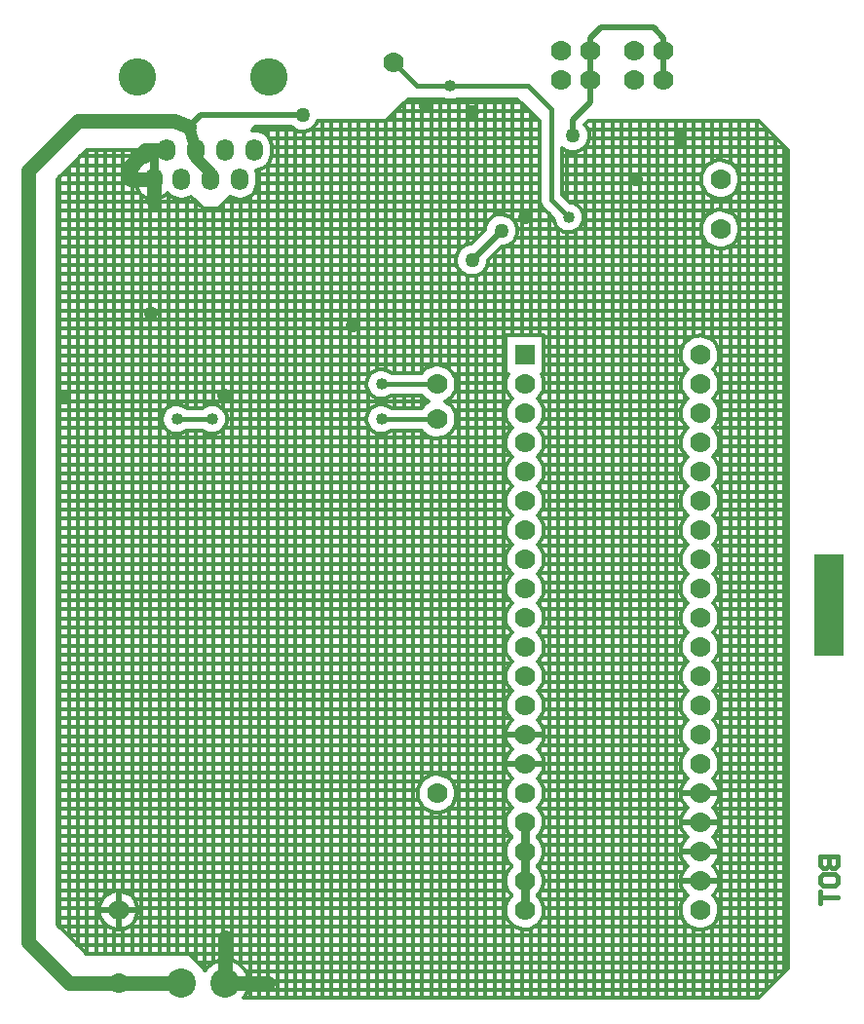
<source format=gbl>
%FSLAX24Y24*%
%MOIN*%
G70*
G01*
G75*
%ADD10R,0.0500X0.0600*%
%ADD11R,0.0320X0.0950*%
%ADD12R,0.0600X0.0500*%
%ADD13R,0.0360X0.0360*%
%ADD14R,0.0500X0.0360*%
%ADD15C,0.0200*%
%ADD16C,0.0500*%
%ADD17C,0.0150*%
%ADD18C,0.0300*%
%ADD19R,0.1000X0.6600*%
%ADD20C,0.0700*%
%ADD21O,0.0600X0.0750*%
%ADD22C,0.1280*%
%ADD23C,0.1000*%
%ADD24R,0.0700X0.0700*%
%ADD25C,0.0500*%
%ADD26C,0.0400*%
%ADD27C,0.0120*%
%ADD28C,0.0400*%
%ADD29R,0.1000X0.3500*%
D15*
X130100Y74000D02*
X130700D01*
X129500D02*
X130100D01*
Y73000D02*
X130700D01*
X129500D02*
X130100D01*
Y72000D02*
X130700D01*
X129500D02*
X130100D01*
Y71000D02*
X130700D01*
X129500D02*
X130100D01*
X111300Y96000D02*
X111850D01*
X111400Y95000D02*
Y95625D01*
X110850Y95000D02*
X111400D01*
Y94375D02*
Y95000D01*
X124100Y76000D02*
X124700D01*
X123500D02*
X124100D01*
Y75000D02*
X124700D01*
X123500D02*
X124100D01*
X113850Y67500D02*
Y68250D01*
Y67500D02*
X114600D01*
X110200Y70000D02*
Y70600D01*
Y70000D02*
X110800D01*
X109600D02*
X110200D01*
Y69400D02*
Y70000D01*
X122300Y92250D02*
X123300Y93250D01*
X125750Y96500D02*
Y97050D01*
X126350Y97650D01*
Y98400D01*
X126350Y98400D02*
X126350Y98400D01*
X126350Y99850D02*
X126700Y100200D01*
X128500D01*
X128850Y99850D01*
X126350Y98400D02*
Y99850D01*
X128850Y98400D02*
Y99850D01*
X112600Y96800D02*
X113000Y97200D01*
X116500D01*
D16*
X112100Y97000D02*
X112600Y96800D01*
X108500Y67500D02*
X112100D01*
X111120Y96000D02*
X111850D01*
X110600Y95000D02*
Y95480D01*
X111120Y96000D01*
X110600Y95000D02*
X111400D01*
X107100Y68900D02*
X108500Y67500D01*
X107100Y95300D02*
X108800Y97000D01*
X112100D01*
X107100Y68900D02*
Y95300D01*
X111400Y94240D02*
Y95000D01*
X113850Y67500D02*
X115320D01*
X113850D02*
Y69080D01*
D17*
X120400Y98200D02*
X124200D01*
X119600Y99000D02*
X120400Y98200D01*
X125000Y94300D02*
X125600Y93700D01*
X119200Y88000D02*
X121100D01*
X119200Y86800D02*
X121100D01*
X112200D02*
X113400D01*
X124200Y98200D02*
X125000Y97400D01*
Y94300D02*
Y97400D01*
X134200Y71850D02*
X134800D01*
Y71550D01*
X134700Y71450D01*
X134600D01*
X134500Y71550D01*
Y71850D01*
Y71550D01*
X134400Y71450D01*
X134300D01*
X134200Y71550D01*
Y71850D01*
Y70950D02*
Y71150D01*
X134300Y71250D01*
X134700D01*
X134800Y71150D01*
Y70950D01*
X134700Y70850D01*
X134300D01*
X134200Y70950D01*
Y70650D02*
Y70251D01*
Y70450D01*
X134800D01*
D18*
X111400Y95000D02*
Y96000D01*
X113350Y95000D02*
Y95250D01*
X112100Y67500D02*
X112350D01*
X124100Y70000D02*
Y71000D01*
Y71100D02*
Y73000D01*
D20*
X119600Y99000D02*
D03*
X121100Y74000D02*
D03*
X130800Y93300D02*
D03*
Y95000D02*
D03*
X121100Y86800D02*
D03*
Y88000D02*
D03*
X110200Y70000D02*
D03*
Y67500D02*
D03*
X125350Y98400D02*
D03*
X126350Y99400D02*
D03*
Y98400D02*
D03*
X125350Y99400D02*
D03*
X128850Y99400D02*
D03*
Y98400D02*
D03*
X127850Y99400D02*
D03*
Y98400D02*
D03*
X124100Y70000D02*
D03*
Y71000D02*
D03*
Y72000D02*
D03*
Y73000D02*
D03*
X130100Y88000D02*
D03*
Y89000D02*
D03*
Y78000D02*
D03*
X124100Y74000D02*
D03*
X130100Y86000D02*
D03*
Y87000D02*
D03*
Y82000D02*
D03*
Y83000D02*
D03*
Y84000D02*
D03*
Y85000D02*
D03*
Y80000D02*
D03*
Y81000D02*
D03*
Y75000D02*
D03*
Y76000D02*
D03*
Y77000D02*
D03*
X124100Y81000D02*
D03*
Y77000D02*
D03*
Y78000D02*
D03*
Y79000D02*
D03*
Y80000D02*
D03*
X130100Y70000D02*
D03*
X124100Y82000D02*
D03*
Y83000D02*
D03*
Y84000D02*
D03*
Y85000D02*
D03*
Y86000D02*
D03*
Y87000D02*
D03*
Y88000D02*
D03*
X130100Y79000D02*
D03*
X124100Y76000D02*
D03*
Y75000D02*
D03*
X130100Y71000D02*
D03*
Y72000D02*
D03*
Y73000D02*
D03*
Y74000D02*
D03*
D21*
X112350Y95000D02*
D03*
X113850Y96000D02*
D03*
X112850Y96000D02*
D03*
X113350Y95000D02*
D03*
X114350D02*
D03*
X114850Y96000D02*
D03*
X111850D02*
D03*
X111400Y95000D02*
D03*
D22*
X115350Y98500D02*
D03*
X110850D02*
D03*
D23*
X112350Y67500D02*
D03*
X113850D02*
D03*
D24*
X124100Y89000D02*
D03*
D25*
X122300Y92250D02*
D03*
X120700Y97500D02*
D03*
X123300Y93250D02*
D03*
X129400Y96400D02*
D03*
X127900Y95000D02*
D03*
X125750Y96500D02*
D03*
X124100Y93700D02*
D03*
X113800Y87600D02*
D03*
X118200Y90000D02*
D03*
X111300Y90400D02*
D03*
X116500Y97200D02*
D03*
X122300Y97300D02*
D03*
X108350Y87550D02*
D03*
D26*
X125600Y93700D02*
D03*
X119200Y88000D02*
D03*
Y86800D02*
D03*
X113400D02*
D03*
X112200D02*
D03*
X121550Y98200D02*
D03*
D27*
X130531Y88500D02*
X130598Y88567D01*
X130655Y88642D01*
X130700Y88725D01*
X130733Y88813D01*
X130753Y88906D01*
X130760Y89000D01*
X131460Y95000D02*
X131452Y95101D01*
X131429Y95199D01*
X131391Y95293D01*
X131340Y95380D01*
X131276Y95458D01*
X131200Y95525D01*
X131115Y95580D01*
X131023Y95621D01*
X130926Y95648D01*
X130825Y95660D01*
X130724Y95656D01*
X130625Y95636D01*
X130530Y95602D01*
X130441Y95554D01*
X130361Y95493D01*
X130291Y95420D01*
X130233Y95337D01*
X130188Y95247D01*
X130157Y95150D01*
X130142Y95051D01*
Y94949D01*
X130157Y94850D01*
X130188Y94753D01*
X130233Y94663D01*
X130291Y94580D01*
X130361Y94507D01*
X130441Y94446D01*
X130530Y94398D01*
X130625Y94364D01*
X130724Y94344D01*
X130825Y94340D01*
X130926Y94352D01*
X131023Y94379D01*
X131115Y94420D01*
X131200Y94475D01*
X131276Y94542D01*
X131340Y94620D01*
X131391Y94707D01*
X131429Y94801D01*
X131452Y94899D01*
X131460Y95000D01*
Y93300D02*
X131452Y93401D01*
X131429Y93499D01*
X131391Y93593D01*
X131340Y93680D01*
X131276Y93758D01*
X131200Y93825D01*
X131115Y93880D01*
X131023Y93921D01*
X130926Y93948D01*
X130825Y93960D01*
X130724Y93956D01*
X130625Y93936D01*
X130530Y93902D01*
X130441Y93854D01*
X130361Y93793D01*
X130291Y93720D01*
X130233Y93637D01*
X130188Y93547D01*
X130157Y93450D01*
X130142Y93351D01*
Y93249D01*
X130157Y93150D01*
X130188Y93053D01*
X130233Y92963D01*
X130291Y92880D01*
X130361Y92807D01*
X130441Y92746D01*
X130530Y92698D01*
X130625Y92664D01*
X130724Y92644D01*
X130825Y92640D01*
X130926Y92652D01*
X131023Y92679D01*
X131115Y92720D01*
X131200Y92775D01*
X131276Y92842D01*
X131340Y92920D01*
X131391Y93007D01*
X131429Y93101D01*
X131452Y93199D01*
X131460Y93300D01*
X130760Y89000D02*
X130752Y89101D01*
X130729Y89200D01*
X130691Y89294D01*
X130639Y89381D01*
X130574Y89459D01*
X130498Y89526D01*
X130413Y89581D01*
X130320Y89622D01*
X130222Y89649D01*
X130121Y89660D01*
X130020Y89655D01*
X129920Y89635D01*
X129825Y89600D01*
X129736Y89551D01*
X129656Y89488D01*
X129587Y89415D01*
X129529Y89331D01*
X129485Y89240D01*
X129456Y89143D01*
X129441Y89042D01*
X129443Y88941D01*
X129460Y88841D01*
X129492Y88744D01*
X129538Y88654D01*
X129598Y88572D01*
X129669Y88500D01*
X130760Y88000D02*
X130753Y88094D01*
X130733Y88187D01*
X130700Y88275D01*
X130655Y88358D01*
X130598Y88433D01*
X130531Y88500D01*
Y87500D02*
X130598Y87567D01*
X130655Y87642D01*
X130700Y87725D01*
X130733Y87813D01*
X130753Y87906D01*
X130760Y88000D01*
Y87000D02*
X130753Y87094D01*
X130733Y87187D01*
X130700Y87275D01*
X130655Y87358D01*
X130598Y87433D01*
X130531Y87500D01*
Y86500D02*
X130598Y86567D01*
X130655Y86642D01*
X130700Y86725D01*
X130733Y86813D01*
X130753Y86906D01*
X130760Y87000D01*
Y86000D02*
X130753Y86094D01*
X130733Y86187D01*
X130700Y86275D01*
X130655Y86358D01*
X130598Y86433D01*
X130531Y86500D01*
Y85500D02*
X130598Y85567D01*
X130655Y85642D01*
X130700Y85725D01*
X130733Y85813D01*
X130753Y85906D01*
X130760Y86000D01*
Y85000D02*
X130753Y85094D01*
X130733Y85187D01*
X130700Y85275D01*
X130655Y85358D01*
X130598Y85433D01*
X130531Y85500D01*
Y84500D02*
X130598Y84567D01*
X130655Y84642D01*
X130700Y84725D01*
X130733Y84813D01*
X130753Y84906D01*
X130760Y85000D01*
Y84000D02*
X130753Y84094D01*
X130733Y84187D01*
X130700Y84275D01*
X130655Y84358D01*
X130598Y84433D01*
X130531Y84500D01*
Y83500D02*
X130598Y83567D01*
X130655Y83642D01*
X130700Y83725D01*
X130733Y83813D01*
X130753Y83906D01*
X130760Y84000D01*
Y83000D02*
X130753Y83094D01*
X130733Y83187D01*
X130700Y83275D01*
X130655Y83358D01*
X130598Y83433D01*
X130531Y83500D01*
Y82500D02*
X130598Y82567D01*
X130655Y82642D01*
X130700Y82725D01*
X130733Y82813D01*
X130753Y82906D01*
X130760Y83000D01*
Y82000D02*
X130753Y82094D01*
X130733Y82187D01*
X130700Y82275D01*
X130655Y82358D01*
X130598Y82433D01*
X130531Y82500D01*
Y81500D02*
X130598Y81567D01*
X130655Y81642D01*
X130700Y81725D01*
X130733Y81813D01*
X130753Y81906D01*
X130760Y82000D01*
Y81000D02*
X130753Y81094D01*
X130733Y81187D01*
X130700Y81275D01*
X130655Y81358D01*
X130598Y81433D01*
X130531Y81500D01*
Y80500D02*
X130598Y80567D01*
X130655Y80642D01*
X130700Y80725D01*
X130733Y80813D01*
X130753Y80906D01*
X130760Y81000D01*
X126310Y96500D02*
X126300Y96604D01*
X126271Y96705D01*
X126224Y96798D01*
X126161Y96881D01*
X125385Y96075D02*
X125465Y96018D01*
X125553Y95976D01*
X125648Y95949D01*
X125745Y95940D01*
X125843Y95948D01*
X125938Y95973D01*
X126027Y96014D01*
X126108Y96069D01*
X126178Y96138D01*
X126234Y96219D01*
X126276Y96308D01*
X126301Y96402D01*
X126310Y96500D01*
X126110Y93700D02*
X126101Y93795D01*
X126075Y93887D01*
X126031Y93972D01*
X125973Y94048D01*
X125902Y94111D01*
X125820Y94160D01*
X125730Y94193D01*
X125636Y94209D01*
X125091Y93664D02*
X125107Y93568D01*
X125142Y93476D01*
X125193Y93393D01*
X125259Y93321D01*
X125337Y93263D01*
X125426Y93221D01*
X125520Y93196D01*
X125618Y93190D01*
X125715Y93203D01*
X125807Y93234D01*
X125893Y93282D01*
X125967Y93346D01*
X126028Y93422D01*
X126073Y93509D01*
X126101Y93603D01*
X126110Y93700D01*
X129669Y88500D02*
X129597Y88427D01*
X129536Y88343D01*
X129490Y88251D01*
X129458Y88153D01*
X129442Y88052D01*
Y87948D01*
X129458Y87847D01*
X129490Y87749D01*
X129536Y87657D01*
X129597Y87573D01*
X129669Y87500D01*
X129669D02*
X129597Y87427D01*
X129536Y87343D01*
X129490Y87251D01*
X129458Y87153D01*
X129442Y87052D01*
Y86948D01*
X129458Y86847D01*
X129490Y86749D01*
X129536Y86657D01*
X129597Y86573D01*
X129669Y86500D01*
X129669D02*
X129597Y86427D01*
X129536Y86343D01*
X129490Y86251D01*
X129458Y86153D01*
X129442Y86052D01*
Y85948D01*
X129458Y85847D01*
X129490Y85749D01*
X129536Y85657D01*
X129597Y85573D01*
X129669Y85500D01*
X124760Y88000D02*
X124754Y88089D01*
X124736Y88176D01*
X124706Y88261D01*
X124666Y88340D01*
X124531Y87500D02*
X124598Y87567D01*
X124655Y87642D01*
X124700Y87725D01*
X124733Y87813D01*
X124753Y87906D01*
X124760Y88000D01*
X124615Y94300D02*
X124628Y94200D01*
X124667Y94107D01*
X124728Y94028D01*
X124615Y94300D02*
X124628Y94200D01*
X124667Y94108D01*
X124728Y94028D01*
X124760Y87000D02*
X124753Y87094D01*
X124733Y87187D01*
X124700Y87275D01*
X124655Y87358D01*
X124598Y87433D01*
X124531Y87500D01*
Y86500D02*
X124598Y86567D01*
X124655Y86642D01*
X124700Y86725D01*
X124733Y86813D01*
X124753Y86906D01*
X124760Y87000D01*
Y86000D02*
X124753Y86094D01*
X124733Y86187D01*
X124700Y86275D01*
X124655Y86358D01*
X124598Y86433D01*
X124531Y86500D01*
Y85500D02*
X124598Y85567D01*
X124655Y85642D01*
X124700Y85725D01*
X124733Y85813D01*
X124753Y85906D01*
X124760Y86000D01*
X129669Y85500D02*
X129597Y85427D01*
X129536Y85343D01*
X129490Y85251D01*
X129458Y85153D01*
X129442Y85052D01*
Y84948D01*
X129458Y84847D01*
X129490Y84749D01*
X129536Y84657D01*
X129597Y84573D01*
X129669Y84500D01*
X129669D02*
X129597Y84427D01*
X129536Y84343D01*
X129490Y84251D01*
X129458Y84153D01*
X129442Y84052D01*
Y83948D01*
X129458Y83847D01*
X129490Y83749D01*
X129536Y83657D01*
X129597Y83573D01*
X129669Y83500D01*
X129669D02*
X129597Y83427D01*
X129536Y83343D01*
X129490Y83251D01*
X129458Y83153D01*
X129442Y83052D01*
Y82948D01*
X129458Y82847D01*
X129490Y82749D01*
X129536Y82657D01*
X129597Y82573D01*
X129669Y82500D01*
X129669D02*
X129597Y82427D01*
X129536Y82343D01*
X129490Y82251D01*
X129458Y82153D01*
X129442Y82052D01*
Y81948D01*
X129458Y81847D01*
X129490Y81749D01*
X129536Y81657D01*
X129597Y81573D01*
X129669Y81500D01*
X129669D02*
X129597Y81427D01*
X129536Y81343D01*
X129490Y81251D01*
X129458Y81153D01*
X129442Y81052D01*
Y80948D01*
X129458Y80847D01*
X129490Y80749D01*
X129536Y80657D01*
X129597Y80573D01*
X129669Y80500D01*
X124760Y85000D02*
X124753Y85094D01*
X124733Y85187D01*
X124700Y85275D01*
X124655Y85358D01*
X124598Y85433D01*
X124531Y85500D01*
Y84500D02*
X124598Y84567D01*
X124655Y84642D01*
X124700Y84725D01*
X124733Y84813D01*
X124753Y84906D01*
X124760Y85000D01*
Y84000D02*
X124753Y84094D01*
X124733Y84187D01*
X124700Y84275D01*
X124655Y84358D01*
X124598Y84433D01*
X124531Y84500D01*
Y83500D02*
X124598Y83567D01*
X124655Y83642D01*
X124700Y83725D01*
X124733Y83813D01*
X124753Y83906D01*
X124760Y84000D01*
Y83000D02*
X124753Y83094D01*
X124733Y83187D01*
X124700Y83275D01*
X124655Y83358D01*
X124598Y83433D01*
X124531Y83500D01*
Y82500D02*
X124598Y82567D01*
X124655Y82642D01*
X124700Y82725D01*
X124733Y82813D01*
X124753Y82906D01*
X124760Y83000D01*
Y82000D02*
X124753Y82094D01*
X124733Y82187D01*
X124700Y82275D01*
X124655Y82358D01*
X124598Y82433D01*
X124531Y82500D01*
Y81500D02*
X124598Y81567D01*
X124655Y81642D01*
X124700Y81725D01*
X124733Y81813D01*
X124753Y81906D01*
X124760Y82000D01*
X130760Y80000D02*
X130753Y80094D01*
X130733Y80187D01*
X130700Y80275D01*
X130655Y80358D01*
X130598Y80433D01*
X130531Y80500D01*
Y79500D02*
X130598Y79567D01*
X130655Y79642D01*
X130700Y79725D01*
X130733Y79813D01*
X130753Y79906D01*
X130760Y80000D01*
Y79000D02*
X130753Y79094D01*
X130733Y79187D01*
X130700Y79275D01*
X130655Y79358D01*
X130598Y79433D01*
X130531Y79500D01*
Y78500D02*
X130598Y78567D01*
X130655Y78642D01*
X130700Y78725D01*
X130733Y78813D01*
X130753Y78906D01*
X130760Y79000D01*
X129669Y80500D02*
X129597Y80427D01*
X129536Y80343D01*
X129490Y80251D01*
X129458Y80153D01*
X129442Y80052D01*
Y79948D01*
X129458Y79847D01*
X129490Y79749D01*
X129536Y79657D01*
X129597Y79573D01*
X129669Y79500D01*
X130760Y78000D02*
X130753Y78094D01*
X130733Y78187D01*
X130700Y78275D01*
X130655Y78358D01*
X130598Y78433D01*
X130531Y78500D01*
X129669Y79500D02*
X129597Y79427D01*
X129536Y79343D01*
X129490Y79251D01*
X129458Y79153D01*
X129442Y79052D01*
Y78948D01*
X129458Y78847D01*
X129490Y78749D01*
X129536Y78657D01*
X129597Y78573D01*
X129669Y78500D01*
X130531Y77500D02*
X130598Y77567D01*
X130655Y77642D01*
X130700Y77725D01*
X130733Y77813D01*
X130753Y77906D01*
X130760Y78000D01*
X129669Y78500D02*
X129597Y78427D01*
X129536Y78343D01*
X129490Y78251D01*
X129458Y78153D01*
X129442Y78052D01*
Y77948D01*
X129458Y77847D01*
X129490Y77749D01*
X129536Y77657D01*
X129597Y77573D01*
X129669Y77500D01*
X130760Y77000D02*
X130753Y77094D01*
X130733Y77187D01*
X130700Y77275D01*
X130655Y77358D01*
X130598Y77433D01*
X130531Y77500D01*
Y76500D02*
X130598Y76567D01*
X130655Y76642D01*
X130700Y76725D01*
X130733Y76813D01*
X130753Y76906D01*
X130760Y77000D01*
Y76000D02*
X130753Y76094D01*
X130733Y76187D01*
X130700Y76275D01*
X130655Y76358D01*
X130598Y76433D01*
X130531Y76500D01*
X129669Y77500D02*
X129597Y77427D01*
X129536Y77343D01*
X129490Y77251D01*
X129458Y77153D01*
X129442Y77052D01*
Y76948D01*
X129458Y76847D01*
X129490Y76749D01*
X129536Y76657D01*
X129597Y76573D01*
X129669Y76500D01*
X129669D02*
X129597Y76427D01*
X129536Y76343D01*
X129490Y76251D01*
X129458Y76153D01*
X129442Y76052D01*
Y75948D01*
X129458Y75847D01*
X129490Y75749D01*
X129536Y75657D01*
X129597Y75573D01*
X129669Y75500D01*
X130531D02*
X130598Y75567D01*
X130655Y75642D01*
X130700Y75725D01*
X130733Y75813D01*
X130753Y75906D01*
X130760Y76000D01*
Y75000D02*
X130753Y75094D01*
X130733Y75187D01*
X130700Y75275D01*
X130655Y75358D01*
X130598Y75433D01*
X130531Y75500D01*
Y74500D02*
X130598Y74567D01*
X130655Y74642D01*
X130700Y74725D01*
X130733Y74813D01*
X130753Y74906D01*
X130760Y75000D01*
Y74000D02*
X130753Y74094D01*
X130733Y74187D01*
X130700Y74275D01*
X130655Y74358D01*
X130598Y74433D01*
X130531Y74500D01*
Y73500D02*
X130598Y73567D01*
X130655Y73642D01*
X130700Y73725D01*
X130733Y73813D01*
X130753Y73906D01*
X130760Y74000D01*
Y73000D02*
X130753Y73094D01*
X130733Y73187D01*
X130700Y73275D01*
X130655Y73358D01*
X130598Y73433D01*
X130531Y73500D01*
Y72500D02*
X130598Y72567D01*
X130655Y72642D01*
X130700Y72725D01*
X130733Y72813D01*
X130753Y72906D01*
X130760Y73000D01*
Y72000D02*
X130753Y72094D01*
X130733Y72187D01*
X130700Y72275D01*
X130655Y72358D01*
X130598Y72433D01*
X130531Y72500D01*
Y71500D02*
X130598Y71567D01*
X130655Y71642D01*
X130700Y71725D01*
X130733Y71813D01*
X130753Y71906D01*
X130760Y72000D01*
Y71000D02*
X130753Y71094D01*
X130733Y71187D01*
X130700Y71275D01*
X130655Y71358D01*
X130598Y71433D01*
X130531Y71500D01*
Y70500D02*
X130598Y70567D01*
X130655Y70642D01*
X130700Y70725D01*
X130733Y70813D01*
X130753Y70906D01*
X130760Y71000D01*
Y70000D02*
X130753Y70094D01*
X130733Y70187D01*
X130700Y70275D01*
X130655Y70358D01*
X130598Y70433D01*
X130531Y70500D01*
X129669D02*
X129598Y70428D01*
X129538Y70346D01*
X129492Y70256D01*
X129460Y70159D01*
X129443Y70059D01*
X129441Y69958D01*
X129456Y69857D01*
X129485Y69760D01*
X129529Y69669D01*
X129587Y69585D01*
X129656Y69512D01*
X129736Y69449D01*
X129825Y69400D01*
X129920Y69365D01*
X130020Y69345D01*
X130121Y69340D01*
X130222Y69351D01*
X130320Y69378D01*
X130413Y69419D01*
X130498Y69474D01*
X130574Y69541D01*
X130639Y69619D01*
X130691Y69706D01*
X130729Y69800D01*
X130752Y69899D01*
X130760Y70000D01*
X129669Y75500D02*
X129597Y75427D01*
X129536Y75343D01*
X129490Y75251D01*
X129458Y75153D01*
X129442Y75052D01*
Y74948D01*
X129458Y74847D01*
X129490Y74749D01*
X129536Y74657D01*
X129597Y74573D01*
X129669Y74500D01*
X129669D02*
X129597Y74427D01*
X129536Y74343D01*
X129490Y74251D01*
X129458Y74153D01*
X129442Y74052D01*
Y73948D01*
X129458Y73847D01*
X129490Y73749D01*
X129536Y73657D01*
X129597Y73573D01*
X129669Y73500D01*
X129669D02*
X129597Y73427D01*
X129536Y73343D01*
X129490Y73251D01*
X129458Y73153D01*
X129442Y73052D01*
Y72948D01*
X129458Y72847D01*
X129490Y72749D01*
X129536Y72657D01*
X129597Y72573D01*
X129669Y72500D01*
X129669D02*
X129597Y72427D01*
X129536Y72343D01*
X129490Y72251D01*
X129458Y72153D01*
X129442Y72052D01*
Y71948D01*
X129458Y71847D01*
X129490Y71749D01*
X129536Y71657D01*
X129597Y71573D01*
X129669Y71500D01*
X129669D02*
X129597Y71427D01*
X129536Y71343D01*
X129490Y71251D01*
X129458Y71153D01*
X129442Y71052D01*
Y70948D01*
X129458Y70847D01*
X129490Y70749D01*
X129536Y70657D01*
X129597Y70573D01*
X129669Y70500D01*
X124531Y73500D02*
X124598Y73567D01*
X124655Y73642D01*
X124700Y73725D01*
X124733Y73813D01*
X124753Y73906D01*
X124760Y74000D01*
Y73000D02*
X124753Y73094D01*
X124733Y73187D01*
X124700Y73275D01*
X124655Y73358D01*
X124598Y73433D01*
X124531Y73500D01*
X124560Y72527D02*
X124629Y72606D01*
X124685Y72695D01*
X124727Y72792D01*
X124752Y72895D01*
X124760Y73000D01*
Y72000D02*
X124752Y72105D01*
X124727Y72208D01*
X124685Y72305D01*
X124629Y72394D01*
X124560Y72473D01*
Y71527D02*
X124629Y71606D01*
X124685Y71695D01*
X124727Y71792D01*
X124752Y71895D01*
X124760Y72000D01*
Y71000D02*
X124752Y71105D01*
X124727Y71208D01*
X124685Y71305D01*
X124629Y71394D01*
X124560Y71473D01*
Y70527D02*
X124629Y70606D01*
X124685Y70695D01*
X124727Y70792D01*
X124752Y70895D01*
X124760Y71000D01*
Y70000D02*
X124752Y70105D01*
X124727Y70208D01*
X124685Y70305D01*
X124629Y70394D01*
X124560Y70473D01*
X123860Y93250D02*
X123851Y93352D01*
X123823Y93450D01*
X123778Y93542D01*
X123717Y93624D01*
X123642Y93693D01*
X123556Y93748D01*
X123461Y93786D01*
X123361Y93807D01*
X123259Y93808D01*
X123158Y93792D01*
X123062Y93757D01*
X122974Y93705D01*
X122897Y93639D01*
X122833Y93559D01*
X122785Y93469D01*
X122753Y93372D01*
X122740Y93270D01*
X123320Y92690D02*
X123415Y92702D01*
X123506Y92729D01*
X123592Y92772D01*
X123668Y92828D01*
X123735Y92897D01*
X123788Y92976D01*
X123828Y93063D01*
X123852Y93155D01*
X123860Y93250D01*
X121310Y97750D02*
X121402Y97712D01*
X121500Y97692D01*
X121600D01*
X121698Y97712D01*
X121790Y97750D01*
X122280Y92810D02*
X122181Y92797D01*
X122086Y92767D01*
X121997Y92721D01*
X121918Y92660D01*
X121852Y92585D01*
X121799Y92501D01*
X121763Y92408D01*
X121743Y92310D01*
X121741Y92210D01*
X121757Y92111D01*
X121791Y92017D01*
X121840Y91931D01*
X121904Y91854D01*
X121981Y91790D01*
X122067Y91741D01*
X122161Y91707D01*
X122260Y91691D01*
X122360Y91693D01*
X122458Y91713D01*
X122551Y91749D01*
X122635Y91802D01*
X122710Y91868D01*
X122771Y91947D01*
X122817Y92036D01*
X122847Y92131D01*
X122860Y92230D01*
X123534Y88340D02*
X123488Y88248D01*
X123457Y88150D01*
X123442Y88049D01*
X123442Y87946D01*
X123458Y87845D01*
X123490Y87747D01*
X123537Y87656D01*
X123597Y87573D01*
X123669Y87500D01*
X121760Y88000D02*
X121753Y88097D01*
X121731Y88193D01*
X121696Y88284D01*
X121647Y88369D01*
X121587Y88445D01*
X121516Y88512D01*
X121436Y88568D01*
X121348Y88612D01*
X121255Y88642D01*
X121159Y88657D01*
X121061Y88659D01*
X120964Y88646D01*
X120870Y88619D01*
X120782Y88578D01*
X120700Y88525D01*
X120627Y88460D01*
X120564Y88385D01*
X121375Y87400D02*
X121457Y87445D01*
X121533Y87502D01*
X121599Y87568D01*
X121655Y87644D01*
X121700Y87726D01*
X121733Y87814D01*
X121753Y87906D01*
X121760Y88000D01*
X123669Y87500D02*
X123597Y87427D01*
X123536Y87343D01*
X123490Y87251D01*
X123458Y87153D01*
X123442Y87052D01*
Y86948D01*
X123458Y86847D01*
X123490Y86749D01*
X123536Y86657D01*
X123597Y86573D01*
X123669Y86500D01*
X123669D02*
X123597Y86427D01*
X123536Y86343D01*
X123490Y86251D01*
X123458Y86153D01*
X123442Y86052D01*
Y85948D01*
X123458Y85847D01*
X123490Y85749D01*
X123536Y85657D01*
X123597Y85573D01*
X123669Y85500D01*
X123669D02*
X123597Y85427D01*
X123536Y85343D01*
X123490Y85251D01*
X123458Y85153D01*
X123442Y85052D01*
Y84948D01*
X123458Y84847D01*
X123490Y84749D01*
X123536Y84657D01*
X123597Y84573D01*
X123669Y84500D01*
X123669D02*
X123597Y84427D01*
X123536Y84343D01*
X123490Y84251D01*
X123458Y84153D01*
X123442Y84052D01*
Y83948D01*
X123458Y83847D01*
X123490Y83749D01*
X123536Y83657D01*
X123597Y83573D01*
X123669Y83500D01*
X121760Y86800D02*
X121753Y86894D01*
X121733Y86986D01*
X121700Y87074D01*
X121655Y87156D01*
X121599Y87232D01*
X121533Y87298D01*
X121457Y87355D01*
X121375Y87400D01*
X120564Y86415D02*
X120627Y86340D01*
X120700Y86275D01*
X120782Y86222D01*
X120870Y86181D01*
X120964Y86154D01*
X121061Y86141D01*
X121159Y86143D01*
X121255Y86159D01*
X121348Y86188D01*
X121436Y86232D01*
X121516Y86288D01*
X121587Y86355D01*
X121647Y86431D01*
X121696Y86516D01*
X121731Y86607D01*
X121753Y86703D01*
X121760Y86800D01*
X116119Y96790D02*
X116197Y96729D01*
X116285Y96683D01*
X116380Y96653D01*
X116478Y96640D01*
X116578Y96645D01*
X116675Y96668D01*
X116766Y96707D01*
X116849Y96762D01*
X116921Y96830D01*
X116979Y96911D01*
X117023Y97000D01*
X114910Y95318D02*
X115008Y95336D01*
X115102Y95369D01*
X115189Y95418D01*
X115267Y95480D01*
X115334Y95554D01*
X115388Y95637D01*
X115428Y95729D01*
X115452Y95826D01*
X115460Y95925D01*
X114960Y95075D02*
X114947Y95199D01*
X114910Y95318D01*
X115460Y96075D02*
X115451Y96177D01*
X115426Y96277D01*
X115384Y96370D01*
X115327Y96456D01*
X115256Y96530D01*
X115174Y96592D01*
X115083Y96639D01*
X114985Y96670D01*
X114884Y96684D01*
X114781Y96681D01*
X111240Y95925D02*
X111246Y95840D01*
X111264Y95756D01*
X111293Y95676D01*
X111202Y95652D01*
X111115Y95614D01*
X111035Y95564D01*
X110964Y95502D01*
X110904Y95429D01*
X110855Y95349D01*
X110819Y95261D01*
X110797Y95169D01*
X110790Y95075D01*
X114015Y94415D02*
X114104Y94367D01*
X114199Y94334D01*
X114298Y94317D01*
X114399Y94317D01*
X114499Y94333D01*
X114594Y94366D01*
X114683Y94414D01*
X114763Y94476D01*
X114831Y94550D01*
X114886Y94634D01*
X114927Y94727D01*
X114952Y94824D01*
X114960Y94925D01*
X111875Y94542D02*
X111944Y94470D01*
X112023Y94410D01*
X112112Y94363D01*
X112206Y94332D01*
X112305Y94317D01*
X112405Y94317D01*
X112503Y94335D01*
X112597Y94367D01*
X112685Y94415D01*
X110790Y94925D02*
X110798Y94825D01*
X110823Y94728D01*
X110863Y94636D01*
X110917Y94552D01*
X110984Y94479D01*
X111063Y94417D01*
X111151Y94368D01*
X111245Y94335D01*
X111343Y94318D01*
X111444Y94317D01*
X111542Y94332D01*
X111637Y94363D01*
X111726Y94410D01*
X111806Y94470D01*
X111875Y94542D01*
X120564Y87615D02*
X120638Y87529D01*
X120726Y87456D01*
X120825Y87400D01*
X120726Y87344D01*
X120638Y87271D01*
X120564Y87185D01*
X119534Y88385D02*
X119452Y88443D01*
X119359Y88484D01*
X119261Y88506D01*
X119159Y88508D01*
X119060Y88490D01*
X118966Y88453D01*
X118881Y88398D01*
X118809Y88327D01*
X118752Y88243D01*
X118713Y88150D01*
X118693Y88051D01*
Y87949D01*
X118713Y87850D01*
X118752Y87757D01*
X118809Y87673D01*
X118881Y87602D01*
X118966Y87547D01*
X119060Y87510D01*
X119159Y87492D01*
X119261Y87494D01*
X119359Y87516D01*
X119452Y87557D01*
X119534Y87615D01*
Y87185D02*
X119452Y87243D01*
X119359Y87284D01*
X119261Y87306D01*
X119159Y87308D01*
X119060Y87290D01*
X118966Y87253D01*
X118881Y87198D01*
X118809Y87127D01*
X118752Y87043D01*
X118713Y86950D01*
X118693Y86851D01*
Y86749D01*
X118713Y86650D01*
X118752Y86557D01*
X118809Y86473D01*
X118881Y86402D01*
X118966Y86347D01*
X119060Y86310D01*
X119159Y86292D01*
X119261Y86294D01*
X119359Y86316D01*
X119452Y86357D01*
X119534Y86415D01*
X113910Y86800D02*
X113901Y86897D01*
X113873Y86990D01*
X113829Y87076D01*
X113769Y87152D01*
X113696Y87216D01*
X113612Y87264D01*
X113520Y87296D01*
X113424Y87309D01*
X113327Y87305D01*
X113233Y87282D01*
X113144Y87241D01*
X113066Y87185D01*
Y86415D02*
X113144Y86359D01*
X113233Y86318D01*
X113327Y86295D01*
X113424Y86291D01*
X113520Y86304D01*
X113612Y86336D01*
X113696Y86384D01*
X113769Y86448D01*
X113829Y86524D01*
X113873Y86610D01*
X113901Y86703D01*
X113910Y86800D01*
X112534Y87185D02*
X112452Y87243D01*
X112359Y87284D01*
X112261Y87306D01*
X112159Y87308D01*
X112060Y87290D01*
X111966Y87253D01*
X111881Y87198D01*
X111809Y87127D01*
X111752Y87043D01*
X111713Y86950D01*
X111693Y86851D01*
Y86749D01*
X111713Y86650D01*
X111752Y86557D01*
X111809Y86473D01*
X111881Y86402D01*
X111966Y86347D01*
X112060Y86310D01*
X112159Y86292D01*
X112261Y86294D01*
X112359Y86316D01*
X112452Y86357D01*
X112534Y86415D01*
X124760Y81000D02*
X124753Y81094D01*
X124733Y81187D01*
X124700Y81275D01*
X124655Y81358D01*
X124598Y81433D01*
X124531Y81500D01*
Y80500D02*
X124598Y80567D01*
X124655Y80642D01*
X124700Y80725D01*
X124733Y80813D01*
X124753Y80906D01*
X124760Y81000D01*
Y80000D02*
X124753Y80094D01*
X124733Y80187D01*
X124700Y80275D01*
X124655Y80358D01*
X124598Y80433D01*
X124531Y80500D01*
Y79500D02*
X124598Y79567D01*
X124655Y79642D01*
X124700Y79725D01*
X124733Y79813D01*
X124753Y79906D01*
X124760Y80000D01*
Y79000D02*
X124753Y79094D01*
X124733Y79187D01*
X124700Y79275D01*
X124655Y79358D01*
X124598Y79433D01*
X124531Y79500D01*
Y78500D02*
X124598Y78567D01*
X124655Y78642D01*
X124700Y78725D01*
X124733Y78813D01*
X124753Y78906D01*
X124760Y79000D01*
X123669Y83500D02*
X123597Y83427D01*
X123536Y83343D01*
X123490Y83251D01*
X123458Y83153D01*
X123442Y83052D01*
Y82948D01*
X123458Y82847D01*
X123490Y82749D01*
X123536Y82657D01*
X123597Y82573D01*
X123669Y82500D01*
X123669D02*
X123597Y82427D01*
X123536Y82343D01*
X123490Y82251D01*
X123458Y82153D01*
X123442Y82052D01*
Y81948D01*
X123458Y81847D01*
X123490Y81749D01*
X123536Y81657D01*
X123597Y81573D01*
X123669Y81500D01*
X123669D02*
X123597Y81427D01*
X123536Y81343D01*
X123490Y81251D01*
X123458Y81153D01*
X123442Y81052D01*
Y80948D01*
X123458Y80847D01*
X123490Y80749D01*
X123536Y80657D01*
X123597Y80573D01*
X123669Y80500D01*
X123669D02*
X123597Y80427D01*
X123536Y80343D01*
X123490Y80251D01*
X123458Y80153D01*
X123442Y80052D01*
Y79948D01*
X123458Y79847D01*
X123490Y79749D01*
X123536Y79657D01*
X123597Y79573D01*
X123669Y79500D01*
X124760Y78000D02*
X124753Y78094D01*
X124733Y78187D01*
X124700Y78275D01*
X124655Y78358D01*
X124598Y78433D01*
X124531Y78500D01*
Y77500D02*
X124598Y77567D01*
X124655Y77642D01*
X124700Y77725D01*
X124733Y77813D01*
X124753Y77906D01*
X124760Y78000D01*
Y77000D02*
X124753Y77094D01*
X124733Y77187D01*
X124700Y77275D01*
X124655Y77358D01*
X124598Y77433D01*
X124531Y77500D01*
Y76500D02*
X124598Y76567D01*
X124655Y76642D01*
X124700Y76725D01*
X124733Y76813D01*
X124753Y76906D01*
X124760Y77000D01*
Y76000D02*
X124753Y76094D01*
X124733Y76187D01*
X124700Y76275D01*
X124655Y76358D01*
X124598Y76433D01*
X124531Y76500D01*
X123669Y79500D02*
X123597Y79427D01*
X123536Y79343D01*
X123490Y79251D01*
X123458Y79153D01*
X123442Y79052D01*
Y78948D01*
X123458Y78847D01*
X123490Y78749D01*
X123536Y78657D01*
X123597Y78573D01*
X123669Y78500D01*
X123669D02*
X123597Y78427D01*
X123536Y78343D01*
X123490Y78251D01*
X123458Y78153D01*
X123442Y78052D01*
Y77948D01*
X123458Y77847D01*
X123490Y77749D01*
X123536Y77657D01*
X123597Y77573D01*
X123669Y77500D01*
X123669D02*
X123597Y77427D01*
X123536Y77343D01*
X123490Y77251D01*
X123458Y77153D01*
X123442Y77052D01*
Y76948D01*
X123458Y76847D01*
X123490Y76749D01*
X123536Y76657D01*
X123597Y76573D01*
X123669Y76500D01*
X123669D02*
X123597Y76427D01*
X123536Y76343D01*
X123490Y76251D01*
X123458Y76153D01*
X123442Y76052D01*
Y75948D01*
X123458Y75847D01*
X123490Y75749D01*
X123536Y75657D01*
X123597Y75573D01*
X123669Y75500D01*
X124531D02*
X124598Y75567D01*
X124655Y75642D01*
X124700Y75725D01*
X124733Y75813D01*
X124753Y75906D01*
X124760Y76000D01*
Y75000D02*
X124753Y75094D01*
X124733Y75187D01*
X124700Y75275D01*
X124655Y75358D01*
X124598Y75433D01*
X124531Y75500D01*
Y74500D02*
X124598Y74567D01*
X124655Y74642D01*
X124700Y74725D01*
X124733Y74813D01*
X124753Y74906D01*
X124760Y75000D01*
Y74000D02*
X124753Y74094D01*
X124733Y74187D01*
X124700Y74275D01*
X124655Y74358D01*
X124598Y74433D01*
X124531Y74500D01*
X123669Y75500D02*
X123597Y75427D01*
X123536Y75343D01*
X123490Y75251D01*
X123458Y75153D01*
X123442Y75052D01*
Y74948D01*
X123458Y74847D01*
X123490Y74749D01*
X123536Y74657D01*
X123597Y74573D01*
X123669Y74500D01*
X123669D02*
X123597Y74427D01*
X123536Y74343D01*
X123490Y74251D01*
X123458Y74153D01*
X123442Y74052D01*
Y73948D01*
X123458Y73847D01*
X123490Y73749D01*
X123536Y73657D01*
X123597Y73573D01*
X123669Y73500D01*
X123640Y70473D02*
X123574Y70398D01*
X123520Y70314D01*
X123479Y70223D01*
X123452Y70127D01*
X123441Y70028D01*
X123444Y69928D01*
X123462Y69829D01*
X123496Y69735D01*
X123542Y69647D01*
X123602Y69567D01*
X123673Y69496D01*
X123754Y69438D01*
X123843Y69392D01*
X123938Y69360D01*
X124036Y69343D01*
X124136Y69341D01*
X124235Y69354D01*
X124331Y69382D01*
X124422Y69424D01*
X124505Y69479D01*
X124579Y69546D01*
X124642Y69624D01*
X124693Y69710D01*
X124730Y69803D01*
X124752Y69900D01*
X124760Y70000D01*
X123669Y73500D02*
X123599Y73430D01*
X123540Y73349D01*
X123494Y73261D01*
X123462Y73167D01*
X123444Y73069D01*
X123441Y72970D01*
X123453Y72871D01*
X123479Y72775D01*
X123520Y72685D01*
X123574Y72601D01*
X123640Y72527D01*
Y72473D02*
X123576Y72402D01*
X123524Y72322D01*
X123483Y72235D01*
X123456Y72143D01*
X123442Y72048D01*
Y71952D01*
X123456Y71857D01*
X123483Y71765D01*
X123524Y71678D01*
X123576Y71598D01*
X123640Y71527D01*
Y71473D02*
X123576Y71402D01*
X123524Y71322D01*
X123483Y71235D01*
X123456Y71143D01*
X123442Y71048D01*
Y70952D01*
X123456Y70857D01*
X123483Y70765D01*
X123524Y70678D01*
X123576Y70598D01*
X123640Y70527D01*
X121760Y74000D02*
X121752Y74101D01*
X121729Y74199D01*
X121691Y74293D01*
X121640Y74380D01*
X121576Y74458D01*
X121500Y74525D01*
X121415Y74580D01*
X121323Y74621D01*
X121226Y74648D01*
X121125Y74660D01*
X121024Y74656D01*
X120925Y74636D01*
X120830Y74602D01*
X120741Y74554D01*
X120661Y74493D01*
X120591Y74420D01*
X120533Y74337D01*
X120488Y74247D01*
X120457Y74150D01*
X120442Y74051D01*
Y73949D01*
X120457Y73850D01*
X120488Y73753D01*
X120533Y73663D01*
X120591Y73580D01*
X120661Y73507D01*
X120741Y73446D01*
X120830Y73398D01*
X120925Y73364D01*
X121024Y73344D01*
X121125Y73340D01*
X121226Y73352D01*
X121323Y73379D01*
X121415Y73420D01*
X121500Y73475D01*
X121576Y73542D01*
X121640Y73620D01*
X121691Y73707D01*
X121729Y73801D01*
X121752Y73899D01*
X121760Y74000D01*
X114660Y67500D02*
X114654Y67599D01*
X114636Y67697D01*
X114606Y67791D01*
X114564Y67882D01*
X114512Y67966D01*
X114450Y68044D01*
X114379Y68113D01*
X114300Y68173D01*
X114214Y68223D01*
X114123Y68263D01*
X114028Y68290D01*
X113930Y68306D01*
X113831Y68310D01*
X113732Y68301D01*
X113634Y68281D01*
X113541Y68249D01*
X113451Y68205D01*
X113368Y68151D01*
X113292Y68087D01*
X113224Y68014D01*
X113166Y67934D01*
X114487Y67000D02*
X114548Y67089D01*
X114596Y67185D01*
X114631Y67287D01*
X114653Y67393D01*
X114660Y67500D01*
X110860Y70000D02*
X110852Y70101D01*
X110829Y70199D01*
X110791Y70293D01*
X110740Y70380D01*
X110676Y70458D01*
X110600Y70525D01*
X110515Y70580D01*
X110423Y70621D01*
X110326Y70648D01*
X110225Y70660D01*
X110124Y70656D01*
X110025Y70636D01*
X109930Y70602D01*
X109841Y70554D01*
X109761Y70493D01*
X109691Y70420D01*
X109633Y70337D01*
X109588Y70247D01*
X109557Y70150D01*
X109542Y70051D01*
Y69949D01*
X109557Y69850D01*
X109588Y69753D01*
X109633Y69663D01*
X109691Y69580D01*
X109761Y69507D01*
X109841Y69446D01*
X109930Y69398D01*
X110025Y69364D01*
X110124Y69344D01*
X110225Y69340D01*
X110326Y69352D01*
X110423Y69379D01*
X110515Y69420D01*
X110600Y69475D01*
X110676Y69542D01*
X110740Y69620D01*
X110791Y69707D01*
X110829Y69801D01*
X110852Y69899D01*
X110860Y70000D01*
X132100Y97000D02*
X132600Y96500D01*
X133100Y96000D01*
X131253Y95480D02*
X133100D01*
X131438Y95170D02*
X133100D01*
X131445Y94860D02*
X133100D01*
X131283Y94550D02*
X133100D01*
X131130Y95572D02*
Y97000D01*
X131440Y95161D02*
Y97000D01*
X130820Y95660D02*
Y97000D01*
Y93960D02*
Y94340D01*
X130510Y95593D02*
Y97000D01*
X131377Y93620D02*
X133100D01*
X131460Y93310D02*
X133100D01*
X130997Y93930D02*
X133100D01*
X131388Y93000D02*
X133100D01*
X131052Y92690D02*
X133100D01*
X130698Y89280D02*
X133100D01*
X131130Y93872D02*
Y94428D01*
X131440Y93461D02*
Y94839D01*
X130510Y93893D02*
Y94407D01*
X130759Y88970D02*
X133100D01*
X126280Y97000D02*
X132100D01*
X126303Y96410D02*
X132690D01*
X126265Y96720D02*
X132380D01*
X126142Y96100D02*
X133000D01*
X125385Y95790D02*
X133100D01*
X125385Y95480D02*
X130347D01*
X130200Y95275D02*
Y97000D01*
X125385Y95170D02*
X130162D01*
X125385Y94860D02*
X130155D01*
X125385Y94550D02*
X130317D01*
X126055Y93930D02*
X130603D01*
X125604Y94240D02*
X133100D01*
X130396Y89590D02*
X133100D01*
X126104Y93620D02*
X130223D01*
X130200Y93575D02*
Y94725D01*
X125929Y93310D02*
X130140D01*
X130510Y89517D02*
Y92707D01*
X130200Y89652D02*
Y93025D01*
X130666Y88660D02*
X133100D01*
X130759Y88040D02*
X133100D01*
X130660Y88350D02*
X133100D01*
X130751Y87110D02*
X133100D01*
X130729Y86800D02*
X133100D01*
X130702Y87730D02*
X133100D01*
X130735Y86180D02*
X133100D01*
X130747Y85870D02*
X133100D01*
X130711Y85250D02*
X133100D01*
X130757Y84940D02*
X133100D01*
X130647Y84630D02*
X133100D01*
X130677Y84320D02*
X133100D01*
X130760Y84010D02*
X133100D01*
X130688Y83700D02*
X133100D01*
X130755Y83080D02*
X133100D01*
X130719Y82770D02*
X133100D01*
X130632Y83390D02*
X133100D01*
X130743Y82150D02*
X133100D01*
X130740Y81840D02*
X133100D01*
X130722Y81220D02*
X133100D01*
X130754Y80910D02*
X133100D01*
X130625Y80600D02*
X133100D01*
X130609Y87420D02*
X133100D01*
X130592Y85560D02*
X133100D01*
X130542Y86490D02*
X133100D01*
X130573Y82460D02*
X133100D01*
X130563Y81530D02*
X133100D01*
X126161Y96881D02*
X126280Y97000D01*
X129890Y89626D02*
Y97000D01*
X124760Y89590D02*
X129804D01*
X125550Y94294D02*
Y95977D01*
X125860Y94139D02*
Y95951D01*
X125385Y94459D02*
Y96075D01*
Y94459D02*
X125636Y94209D01*
X129580Y89406D02*
Y97000D01*
Y88406D02*
Y88594D01*
Y87406D02*
Y87594D01*
X124760Y89280D02*
X129502D01*
X124760Y88340D02*
Y89660D01*
Y88970D02*
X129441D01*
X129580Y86406D02*
Y86594D01*
X124760Y88660D02*
X129534D01*
X124728Y94028D02*
X125091Y93664D01*
X124760Y88350D02*
X129540D01*
X124759Y88040D02*
X129441D01*
X124702Y87730D02*
X129498D01*
X124615Y94300D02*
Y97000D01*
X124620Y89660D02*
Y94238D01*
Y87406D02*
Y87594D01*
X124751Y87110D02*
X129449D01*
X124729Y86800D02*
X129471D01*
X124609Y87420D02*
X129591D01*
X124735Y86180D02*
X129465D01*
X124542Y86490D02*
X129658D01*
X124620Y86406D02*
Y86594D01*
X129580Y85406D02*
Y85594D01*
X124711Y85250D02*
X129489D01*
X129580Y84406D02*
Y84594D01*
Y83406D02*
Y83594D01*
X124757Y84940D02*
X129443D01*
X124760Y84010D02*
X129440D01*
X124747Y85870D02*
X129453D01*
X124755Y83080D02*
X129445D01*
X124719Y82770D02*
X129481D01*
X129580Y82406D02*
Y82594D01*
Y81406D02*
Y81594D01*
X124743Y82150D02*
X129457D01*
X124740Y81840D02*
X129460D01*
X124722Y81220D02*
X129478D01*
X129580Y80406D02*
Y80594D01*
X124754Y80910D02*
X129446D01*
X124592Y85560D02*
X129608D01*
X124677Y84320D02*
X129523D01*
X124688Y83700D02*
X129512D01*
X124647Y84630D02*
X129553D01*
X124620Y85406D02*
Y85594D01*
Y84406D02*
Y84594D01*
Y83406D02*
Y83594D01*
X124632Y83390D02*
X129568D01*
X124573Y82460D02*
X129627D01*
X124625Y80600D02*
X129575D01*
X124563Y81530D02*
X129637D01*
X124620Y82406D02*
Y82594D01*
Y81406D02*
Y81594D01*
X130693Y80290D02*
X133100D01*
X130760Y79980D02*
X133100D01*
X130672Y79670D02*
X133100D01*
X130758Y79050D02*
X133100D01*
X130707Y78740D02*
X133100D01*
X130653Y79360D02*
X133100D01*
X130749Y78120D02*
X133100D01*
X130732Y77810D02*
X133100D01*
X130732Y77190D02*
X133100D01*
X130749Y76880D02*
X133100D01*
X130707Y76260D02*
X133100D01*
X132990Y67890D02*
Y96110D01*
X132680Y67580D02*
Y96420D01*
X132370Y67270D02*
Y96730D01*
X130758Y75950D02*
X133100D01*
Y68000D02*
Y96000D01*
X130653Y75640D02*
X133100D01*
X132060Y67000D02*
Y97000D01*
X131750Y67000D02*
Y97000D01*
X131440Y67000D02*
Y93139D01*
X131130Y67000D02*
Y92728D01*
X130820Y67000D02*
Y92640D01*
X130601Y78430D02*
X133100D01*
X130531Y77500D02*
X133100D01*
X130601Y76570D02*
X133100D01*
X130672Y75330D02*
X133100D01*
X124531Y77500D02*
X129669D01*
X130760Y75020D02*
X133100D01*
X130693Y74710D02*
X133100D01*
X130625Y74400D02*
X133100D01*
X130754Y74090D02*
X133100D01*
X130722Y73780D02*
X133100D01*
X130563Y73470D02*
X133100D01*
X130740Y73160D02*
X133100D01*
X130743Y72850D02*
X133100D01*
X130573Y72540D02*
X133100D01*
X130719Y72230D02*
X133100D01*
X130755Y71920D02*
X133100D01*
X130632Y71610D02*
X133100D01*
X130760Y70990D02*
X133100D01*
X130688Y71300D02*
X133100D01*
X130677Y70680D02*
X133100D01*
X130757Y70060D02*
X133100D01*
X130647Y70370D02*
X133100D01*
X132100Y67000D02*
X133100Y68000D01*
X130711Y69750D02*
X133100D01*
X130449Y69440D02*
X133100D01*
X130510Y67000D02*
Y69483D01*
X130200Y67000D02*
Y69348D01*
X129890Y67000D02*
Y69374D01*
X129580Y79406D02*
Y79594D01*
Y78406D02*
Y78594D01*
Y77406D02*
Y77594D01*
Y76406D02*
Y76594D01*
Y75406D02*
Y75594D01*
X129270Y67000D02*
Y97000D01*
X128960Y67000D02*
Y97000D01*
X128650Y67000D02*
Y97000D01*
X128340Y67000D02*
Y97000D01*
X124760Y79980D02*
X129440D01*
X128030Y67000D02*
Y97000D01*
X127720Y67000D02*
Y97000D01*
X127410Y67000D02*
Y97000D01*
X127100Y67000D02*
Y97000D01*
X126790Y67000D02*
Y97000D01*
X126480Y67000D02*
Y97000D01*
X126170Y67000D02*
Y96130D01*
X125240Y67000D02*
Y93339D01*
X124930Y67000D02*
Y93826D01*
X125860Y67000D02*
Y93261D01*
X125550Y67000D02*
Y93192D01*
X124693Y80290D02*
X129507D01*
X124672Y79670D02*
X129528D01*
X124653Y79360D02*
X129547D01*
X124707Y78740D02*
X129493D01*
X124732Y77810D02*
X129468D01*
X124601Y78430D02*
X129599D01*
X124620Y80406D02*
Y80594D01*
X124758Y79050D02*
X129442D01*
X124620Y79406D02*
Y79594D01*
X124749Y78120D02*
X129451D01*
X124620Y78406D02*
Y78594D01*
X124732Y77190D02*
X129468D01*
X124707Y76260D02*
X129493D01*
X124601Y76570D02*
X129599D01*
X124672Y75330D02*
X129528D01*
X124653Y75640D02*
X129547D01*
X124620Y77406D02*
Y77594D01*
X124749Y76880D02*
X129451D01*
X124620Y76406D02*
Y76594D01*
X124758Y75950D02*
X129442D01*
X124620Y75406D02*
Y75594D01*
X129580Y74406D02*
Y74594D01*
X124693Y74710D02*
X129507D01*
X129580Y73406D02*
Y73594D01*
Y72406D02*
Y72594D01*
X124760Y75020D02*
X129440D01*
X124754Y74090D02*
X129446D01*
X124722Y73780D02*
X129478D01*
X124740Y73160D02*
X129460D01*
X124743Y72850D02*
X129457D01*
X129580Y71406D02*
Y71594D01*
Y70406D02*
Y70594D01*
Y67000D02*
Y69594D01*
X124755Y71920D02*
X129445D01*
X124760Y70990D02*
X129440D01*
X124719Y72230D02*
X129481D01*
X124757Y70060D02*
X129443D01*
X124711Y69750D02*
X129489D01*
X124625Y74400D02*
X129575D01*
X124563Y73470D02*
X129637D01*
X124632Y71610D02*
X129568D01*
X124573Y72540D02*
X129627D01*
X124620Y74406D02*
Y74594D01*
Y73406D02*
Y73594D01*
Y72406D02*
Y72594D01*
X124688Y71300D02*
X129512D01*
X124677Y70680D02*
X129523D01*
X124647Y70370D02*
X129553D01*
X124620Y71406D02*
Y71594D01*
Y70406D02*
Y70594D01*
Y67000D02*
Y69594D01*
X123850Y97750D02*
X124600Y97000D01*
X121790Y97750D02*
X123850D01*
X123857Y93310D02*
X125271D01*
X123801Y93000D02*
X130212D01*
X123720Y93620D02*
X125096D01*
X123380Y93804D02*
Y97750D01*
X123690Y93652D02*
Y97750D01*
X123070Y93761D02*
Y97750D01*
X122760Y93398D02*
Y97750D01*
X122450Y92980D02*
Y97750D01*
X124310Y89660D02*
Y97290D01*
X124000Y89660D02*
Y97600D01*
X123320Y92690D02*
X130548D01*
X123010Y92380D02*
X133100D01*
X122830Y92070D02*
X133100D01*
X122280Y92810D02*
X122740Y93270D01*
X122140Y92787D02*
Y97750D01*
X121830Y92554D02*
Y97750D01*
X123690Y89660D02*
Y92848D01*
X122860Y92230D02*
X123320Y92690D01*
X116788Y96720D02*
X124615D01*
X115459Y96100D02*
X124615D01*
X115360Y96410D02*
X124615D01*
X115445Y95790D02*
X124615D01*
X115267Y95480D02*
X124615D01*
X114953Y95170D02*
X124615D01*
X120000Y97650D02*
X123950D01*
X119690Y97340D02*
X124260D01*
X119380Y97030D02*
X124570D01*
X114957Y94860D02*
X124615D01*
X114831Y94550D02*
X124615D01*
X113840Y94240D02*
X124620D01*
X108100Y93930D02*
X124826D01*
X108100Y93620D02*
X122880D01*
X108100Y93310D02*
X122743D01*
X121520Y88509D02*
Y97691D01*
X108100Y93000D02*
X122470D01*
X108100Y92690D02*
X121954D01*
X108100Y92380D02*
X121755D01*
X122571Y91760D02*
X133100D01*
X123440Y89660D02*
X124760D01*
X121100Y88660D02*
X123440D01*
X121702Y87730D02*
X123498D01*
X121415Y87420D02*
X123591D01*
X121660Y88350D02*
X123440D01*
Y88340D02*
Y89660D01*
X121759Y88040D02*
X123441D01*
X121683Y86490D02*
X123658D01*
X121683Y87110D02*
X123449D01*
X121760Y86800D02*
X123471D01*
X121326Y86180D02*
X123465D01*
X108100Y91450D02*
X133100D01*
X108100Y91140D02*
X133100D01*
X108100Y90830D02*
X133100D01*
X108100Y90520D02*
X133100D01*
X108100Y90210D02*
X133100D01*
X108100Y89900D02*
X133100D01*
X108100Y92070D02*
X121770D01*
X108100Y91760D02*
X122029D01*
X108100Y89590D02*
X123440D01*
X108100Y89280D02*
X123440D01*
X108100Y88970D02*
X123440D01*
X108100Y85560D02*
X123608D01*
X108100Y84630D02*
X123553D01*
X108100Y84320D02*
X123523D01*
X108100Y83700D02*
X123512D01*
X108100Y83390D02*
X123568D01*
X108100Y85870D02*
X123453D01*
X108100Y85250D02*
X123489D01*
X108100Y84940D02*
X123443D01*
X108100Y84010D02*
X123440D01*
X108100Y83080D02*
X123445D01*
X120100Y97750D02*
X121310D01*
X119350Y97000D02*
X120100Y97750D01*
X117023Y97000D02*
X119350D01*
X114890Y96790D02*
X116119D01*
X114820Y96720D02*
X116212D01*
X115010Y96664D02*
Y96790D01*
X115320Y96464D02*
Y96790D01*
X114781Y96681D02*
X114890Y96790D01*
X115460Y95925D02*
Y96075D01*
X121210Y88651D02*
Y97750D01*
X120900Y88629D02*
Y97750D01*
X120590Y88419D02*
Y97750D01*
X120280Y88385D02*
Y97750D01*
X119970Y88385D02*
Y97620D01*
X119660Y88385D02*
Y97310D01*
X119350Y88487D02*
Y97000D01*
X119040Y88484D02*
Y97000D01*
X118730Y88198D02*
Y97000D01*
X114960Y94925D02*
Y95075D01*
X109100Y96000D02*
X111240D01*
X108890Y95790D02*
X111255D01*
X110980Y95517D02*
Y96000D01*
X108100Y95000D02*
X109100Y96000D01*
X108580Y95480D02*
X110944D01*
X108270Y95170D02*
X110797D01*
X113600Y94000D02*
X114015Y94415D01*
X111910Y87220D02*
Y94502D01*
X110790Y94925D02*
Y95075D01*
X108100Y94860D02*
X110793D01*
X108100Y94550D02*
X110919D01*
X119534Y88385D02*
X120564D01*
X119534Y87615D02*
X120564D01*
X121520Y87309D02*
Y87491D01*
X120590Y87219D02*
Y87581D01*
X120280Y87185D02*
Y87615D01*
X113460Y87306D02*
Y94000D01*
X119350Y87287D02*
Y87513D01*
X119040Y87284D02*
Y87516D01*
X119970Y87185D02*
Y87615D01*
X119660Y87185D02*
Y87615D01*
X119534Y87185D02*
X120564D01*
X119534Y86415D02*
X120564D01*
X113805Y87110D02*
X118795D01*
X118730Y86998D02*
Y87802D01*
X113770Y87151D02*
Y94170D01*
X113910Y86800D02*
X118690D01*
X113805Y86490D02*
X118795D01*
X113100Y94000D02*
X113600D01*
X108100Y88660D02*
X121100D01*
X108100Y88350D02*
X118829D01*
X108100Y88040D02*
X118692D01*
X108100Y87730D02*
X118767D01*
X108100Y87420D02*
X120785D01*
X112685Y94415D02*
X113100Y94000D01*
X112840Y87185D02*
Y94260D01*
X112220Y87310D02*
Y94329D01*
X113150Y87245D02*
Y94000D01*
X108100Y94240D02*
X112860D01*
X112534Y87185D02*
X113066D01*
X112534Y86415D02*
X113066D01*
X108100Y86180D02*
X120874D01*
X112530Y87189D02*
Y94342D01*
X108100Y87110D02*
X111795D01*
X108100Y86800D02*
X111690D01*
X108100Y86490D02*
X111795D01*
X108100Y82770D02*
X123481D01*
X108100Y82460D02*
X123627D01*
X108100Y81530D02*
X123637D01*
X108100Y81220D02*
X123478D01*
X108100Y80600D02*
X123575D01*
X108100Y79670D02*
X123528D01*
X108100Y79360D02*
X123547D01*
X108100Y82150D02*
X123457D01*
X108100Y81840D02*
X123460D01*
X108100Y80910D02*
X123446D01*
X108100Y80290D02*
X123507D01*
X108100Y79980D02*
X123440D01*
X108100Y78740D02*
X123493D01*
X108100Y78430D02*
X123599D01*
X108100Y77500D02*
X123669D01*
X108100Y76570D02*
X123599D01*
X108100Y76260D02*
X123493D01*
X108100Y79050D02*
X123442D01*
X108100Y78120D02*
X123451D01*
X108100Y77810D02*
X123468D01*
X108100Y77190D02*
X123468D01*
X108100Y76880D02*
X123451D01*
X121625Y74400D02*
X123575D01*
X121722Y73780D02*
X123478D01*
X121493Y73470D02*
X123637D01*
X124449Y69440D02*
X129751D01*
X124310Y67000D02*
Y69374D01*
X114656Y67580D02*
X132680D01*
X114627Y67270D02*
X132370D01*
X124000Y67000D02*
Y69348D01*
X123690Y67000D02*
Y69483D01*
X108100Y75640D02*
X123547D01*
X108100Y75330D02*
X123528D01*
X108100Y74710D02*
X123507D01*
X108100Y72540D02*
X123627D01*
X108100Y71610D02*
X123568D01*
X108100Y71300D02*
X123512D01*
X108100Y75950D02*
X123442D01*
X108100Y75020D02*
X123440D01*
X108100Y73160D02*
X123460D01*
X108100Y72850D02*
X123457D01*
X108100Y72230D02*
X123481D01*
X108780Y68820D02*
X133100D01*
X109090Y68510D02*
X133100D01*
X108470Y69130D02*
X133100D01*
X114560Y67890D02*
X132990D01*
X114258Y68200D02*
X133100D01*
X110747Y70370D02*
X123553D01*
X110811Y69750D02*
X123489D01*
X108100Y70680D02*
X123523D01*
X114487Y67000D02*
X132100D01*
X110549Y69440D02*
X123751D01*
X123380Y67000D02*
Y92696D01*
X123070Y67000D02*
Y92440D01*
X122760Y67000D02*
Y91931D01*
X122450Y67000D02*
Y91710D01*
X122140Y67000D02*
Y91713D01*
X121830Y67000D02*
Y91946D01*
X120280Y67000D02*
Y86415D01*
X119970Y67000D02*
Y86415D01*
X118730Y67000D02*
Y86602D01*
X120590Y74419D02*
Y86381D01*
X119660Y67000D02*
Y86415D01*
X118420Y67000D02*
Y97000D01*
X118110Y67000D02*
Y97000D01*
X117800Y67000D02*
Y97000D01*
X117490Y67000D02*
Y97000D01*
X117180Y67000D02*
Y97000D01*
X116870Y67000D02*
Y96780D01*
X116250Y67000D02*
Y96699D01*
X115940Y67000D02*
Y96790D01*
X115630Y67000D02*
Y96790D01*
X116560Y67000D02*
Y96643D01*
X115320Y67000D02*
Y95536D01*
X110360Y70640D02*
Y96000D01*
X110670Y70463D02*
Y96000D01*
X110050Y70643D02*
Y96000D01*
X112530Y68500D02*
Y86411D01*
X111910Y68500D02*
Y86380D01*
X111600Y68500D02*
Y94349D01*
X109740Y70473D02*
Y96000D01*
X108810Y68790D02*
Y95710D01*
X108500Y69100D02*
Y95400D01*
X108190Y69410D02*
Y95090D01*
X108100Y69500D02*
Y95000D01*
X115010Y67000D02*
Y95336D01*
X114700Y67000D02*
Y94425D01*
X114080Y68277D02*
Y94378D01*
X114390Y68104D02*
Y94316D01*
X113770Y68306D02*
Y86449D01*
X110980Y68500D02*
Y94483D01*
X109430Y68500D02*
Y96000D01*
X109120Y68500D02*
Y96000D01*
X112840Y68260D02*
Y86415D01*
X111290Y68500D02*
Y94325D01*
X121210Y74651D02*
Y86149D01*
X121520Y74509D02*
Y86291D01*
X120900Y74629D02*
Y86171D01*
X121754Y74090D02*
X123446D01*
X110857Y70060D02*
X123443D01*
X113460Y68210D02*
Y86294D01*
X113150Y67950D02*
Y86355D01*
X112220Y68500D02*
Y86290D01*
X112900Y68200D02*
X113442D01*
X112600Y68500D02*
X113166Y67934D01*
X121520Y67000D02*
Y73491D01*
X120590Y67000D02*
Y73581D01*
X119350Y67000D02*
Y86313D01*
X121210Y67000D02*
Y73349D01*
X120900Y67000D02*
Y73371D01*
X119040Y67000D02*
Y86316D01*
X108100Y74400D02*
X120575D01*
X108100Y74090D02*
X120446D01*
X108100Y73780D02*
X120478D01*
X108100Y73470D02*
X120707D01*
X108100Y71920D02*
X123445D01*
X108100Y70990D02*
X123440D01*
X108100Y70370D02*
X109653D01*
X108100Y70060D02*
X109543D01*
X110670Y68500D02*
Y69537D01*
X110360Y68500D02*
Y69360D01*
X109100Y68500D02*
X112600D01*
X108100Y69750D02*
X109589D01*
X109740Y68500D02*
Y69527D01*
X108100Y69500D02*
X109100Y68500D01*
X110050D02*
Y69357D01*
X108160Y69440D02*
X109851D01*
D28*
X112850Y95750D02*
Y96000D01*
Y95750D02*
X113350Y95250D01*
X112600Y96800D02*
X112850Y96000D01*
D29*
X134500Y80450D02*
D03*
M02*

</source>
